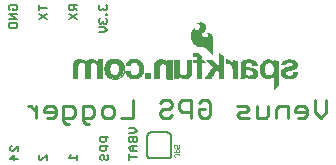
<source format=gbr>
G04 EAGLE Gerber RS-274X export*
G75*
%MOMM*%
%FSLAX34Y34*%
%LPD*%
%INSilkscreen Bottom*%
%IPPOS*%
%AMOC8*
5,1,8,0,0,1.08239X$1,22.5*%
G01*
%ADD10C,0.127000*%
%ADD11C,0.279400*%
%ADD12C,0.152400*%
%ADD13C,0.025400*%
%ADD14R,0.495300X0.485100*%

G36*
X181934Y117647D02*
X181934Y117647D01*
X181976Y117662D01*
X181978Y117667D01*
X181982Y117669D01*
X182011Y117742D01*
X182015Y117753D01*
X182015Y117754D01*
X182015Y132918D01*
X182013Y132923D01*
X182015Y132929D01*
X181945Y133760D01*
X181939Y133771D01*
X181940Y133786D01*
X181700Y134585D01*
X181692Y134595D01*
X181690Y134609D01*
X181289Y135341D01*
X181279Y135349D01*
X181274Y135362D01*
X180804Y135912D01*
X180793Y135917D01*
X180786Y135929D01*
X180216Y136374D01*
X180204Y136377D01*
X180194Y136387D01*
X179546Y136708D01*
X179534Y136709D01*
X179522Y136717D01*
X178823Y136901D01*
X178812Y136900D01*
X178801Y136905D01*
X177861Y136978D01*
X177852Y136975D01*
X177841Y136978D01*
X176901Y136905D01*
X176897Y136903D01*
X176891Y136904D01*
X176408Y136828D01*
X176369Y136803D01*
X176329Y136782D01*
X176328Y136778D01*
X176325Y136776D01*
X176315Y136731D01*
X176303Y136687D01*
X176305Y136683D01*
X176304Y136679D01*
X176329Y136641D01*
X176353Y136602D01*
X176357Y136601D01*
X176359Y136598D01*
X176400Y136589D01*
X176440Y136577D01*
X176598Y136593D01*
X176736Y136565D01*
X176869Y136494D01*
X177693Y135895D01*
X177811Y135781D01*
X177883Y135643D01*
X177976Y135228D01*
X177976Y134800D01*
X177883Y134384D01*
X177677Y133980D01*
X177364Y133652D01*
X176758Y133287D01*
X176080Y133080D01*
X175369Y133045D01*
X174759Y133142D01*
X174173Y133340D01*
X173630Y133633D01*
X173205Y133998D01*
X172890Y134458D01*
X172704Y134983D01*
X172661Y135539D01*
X172763Y136087D01*
X173003Y136590D01*
X173373Y137025D01*
X173571Y137235D01*
X174166Y137866D01*
X174761Y138497D01*
X174826Y138566D01*
X174829Y138576D01*
X174838Y138582D01*
X176025Y140340D01*
X176027Y140353D01*
X176037Y140363D01*
X176317Y141051D01*
X176316Y141066D01*
X176325Y141081D01*
X176424Y141816D01*
X176420Y141831D01*
X176425Y141848D01*
X176338Y142585D01*
X176330Y142598D01*
X176330Y142616D01*
X176063Y143308D01*
X176052Y143319D01*
X176048Y143336D01*
X175617Y143939D01*
X175607Y143946D01*
X175601Y143958D01*
X174905Y144616D01*
X174897Y144619D01*
X174892Y144627D01*
X174115Y145187D01*
X174105Y145190D01*
X174097Y145198D01*
X173317Y145586D01*
X173305Y145587D01*
X173294Y145595D01*
X172454Y145826D01*
X172442Y145825D01*
X172430Y145831D01*
X171562Y145897D01*
X171552Y145893D01*
X171540Y145897D01*
X170640Y145811D01*
X170631Y145807D01*
X170621Y145808D01*
X169743Y145588D01*
X169735Y145582D01*
X169723Y145581D01*
X169495Y145480D01*
X169139Y145328D01*
X169138Y145328D01*
X168634Y145107D01*
X168624Y145096D01*
X168607Y145091D01*
X168172Y144753D01*
X168169Y144746D01*
X168161Y144742D01*
X168136Y144717D01*
X168133Y144716D01*
X168098Y144624D01*
X168139Y144535D01*
X168224Y144502D01*
X168827Y144502D01*
X169338Y144445D01*
X169828Y144306D01*
X170309Y144051D01*
X170704Y143681D01*
X170990Y143221D01*
X171147Y142702D01*
X171159Y142399D01*
X171100Y142099D01*
X170894Y141605D01*
X170611Y141147D01*
X170260Y140737D01*
X169848Y140383D01*
X168946Y139732D01*
X168458Y139483D01*
X167929Y139385D01*
X167390Y139443D01*
X167216Y139508D01*
X166855Y139757D01*
X166581Y140096D01*
X166537Y140199D01*
X166521Y140319D01*
X166521Y141199D01*
X166504Y141240D01*
X166490Y141282D01*
X166485Y141285D01*
X166483Y141290D01*
X166442Y141306D01*
X166402Y141325D01*
X166396Y141323D01*
X166391Y141325D01*
X166364Y141313D01*
X166315Y141297D01*
X165189Y140376D01*
X165183Y140364D01*
X165171Y140357D01*
X164264Y139220D01*
X164261Y139209D01*
X164252Y139201D01*
X163750Y138267D01*
X163749Y138257D01*
X163743Y138249D01*
X163385Y137252D01*
X163385Y137242D01*
X163380Y137233D01*
X163173Y136194D01*
X163175Y136184D01*
X163174Y136182D01*
X163175Y136182D01*
X163171Y136173D01*
X163111Y134245D01*
X163115Y134234D01*
X163112Y134222D01*
X163400Y132315D01*
X163406Y132305D01*
X163406Y132293D01*
X164034Y130469D01*
X164041Y130460D01*
X164043Y130448D01*
X164990Y128767D01*
X164998Y128761D01*
X165001Y128750D01*
X165886Y127643D01*
X165893Y127640D01*
X165895Y127634D01*
X165896Y127634D01*
X165898Y127630D01*
X166929Y126658D01*
X166937Y126655D01*
X166943Y126647D01*
X168100Y125830D01*
X168110Y125828D01*
X168118Y125820D01*
X169348Y125220D01*
X169359Y125219D01*
X169369Y125211D01*
X170688Y124843D01*
X170699Y124845D01*
X170710Y124839D01*
X172074Y124715D01*
X172079Y124717D01*
X172085Y124715D01*
X174360Y124715D01*
X174728Y124650D01*
X175079Y124523D01*
X176069Y123934D01*
X176923Y123152D01*
X181795Y117670D01*
X181799Y117668D01*
X181801Y117663D01*
X181843Y117647D01*
X181884Y117628D01*
X181888Y117630D01*
X181893Y117628D01*
X181934Y117647D01*
G37*
G36*
X233301Y88953D02*
X233301Y88953D01*
X233303Y88952D01*
X233324Y88961D01*
X233384Y88984D01*
X237524Y92718D01*
X237526Y92724D01*
X237532Y92727D01*
X237556Y92787D01*
X237565Y92808D01*
X237564Y92810D01*
X237565Y92812D01*
X237565Y113386D01*
X237550Y113423D01*
X237540Y113462D01*
X237531Y113468D01*
X237527Y113477D01*
X237499Y113488D01*
X237463Y113510D01*
X233577Y114246D01*
X233562Y114243D01*
X233547Y114248D01*
X233515Y114233D01*
X233480Y114225D01*
X233472Y114212D01*
X233459Y114206D01*
X233444Y114167D01*
X233428Y114142D01*
X233431Y114131D01*
X233427Y114120D01*
X233451Y112203D01*
X233317Y112352D01*
X233316Y112353D01*
X233316Y112354D01*
X232427Y113319D01*
X232421Y113321D01*
X232417Y113328D01*
X232074Y113629D01*
X232063Y113633D01*
X232055Y113643D01*
X231661Y113876D01*
X231652Y113877D01*
X231644Y113884D01*
X230323Y114417D01*
X230312Y114417D01*
X230302Y114424D01*
X229820Y114526D01*
X229808Y114523D01*
X229796Y114528D01*
X227815Y114553D01*
X227804Y114549D01*
X227792Y114551D01*
X226707Y114368D01*
X226697Y114361D01*
X226683Y114361D01*
X225658Y113961D01*
X225651Y113953D01*
X225639Y113951D01*
X224737Y113410D01*
X224732Y113404D01*
X224723Y113401D01*
X223899Y112748D01*
X223893Y112738D01*
X223883Y112733D01*
X223091Y111843D01*
X223087Y111830D01*
X223075Y111821D01*
X222496Y110780D01*
X222494Y110768D01*
X222486Y110757D01*
X221812Y108644D01*
X221813Y108633D01*
X221807Y108622D01*
X221524Y106422D01*
X221527Y106411D01*
X221523Y106399D01*
X221641Y104184D01*
X221646Y104174D01*
X221644Y104162D01*
X221967Y102786D01*
X221974Y102777D01*
X221974Y102765D01*
X222530Y101465D01*
X222538Y101457D01*
X222540Y101446D01*
X223312Y100261D01*
X223321Y100255D01*
X223326Y100244D01*
X223983Y99537D01*
X223993Y99533D01*
X223999Y99523D01*
X224767Y98938D01*
X224778Y98936D01*
X224785Y98927D01*
X225641Y98481D01*
X225652Y98480D01*
X225661Y98472D01*
X226580Y98178D01*
X226590Y98179D01*
X226600Y98173D01*
X227812Y97984D01*
X227821Y97986D01*
X227830Y97983D01*
X229057Y97966D01*
X229065Y97969D01*
X229075Y97967D01*
X230292Y98122D01*
X230302Y98127D01*
X230314Y98127D01*
X231158Y98391D01*
X231168Y98399D01*
X231183Y98402D01*
X231952Y98839D01*
X231960Y98849D01*
X231974Y98854D01*
X232634Y99444D01*
X232640Y99456D01*
X232652Y99464D01*
X233172Y100180D01*
X233173Y100182D01*
X233173Y89078D01*
X233191Y89034D01*
X233208Y88991D01*
X233210Y88990D01*
X233211Y88987D01*
X233255Y88970D01*
X233299Y88952D01*
X233301Y88953D01*
G37*
G36*
X67871Y98300D02*
X67871Y98300D01*
X67873Y98299D01*
X67916Y98319D01*
X67960Y98337D01*
X67960Y98339D01*
X67962Y98340D01*
X67995Y98425D01*
X67995Y108704D01*
X68102Y109584D01*
X68414Y110406D01*
X68675Y110790D01*
X69018Y111103D01*
X69424Y111329D01*
X69872Y111457D01*
X70776Y111525D01*
X71679Y111433D01*
X72089Y111307D01*
X72461Y111097D01*
X72476Y111083D01*
X72617Y110957D01*
X72757Y110830D01*
X72779Y110811D01*
X73164Y110283D01*
X73437Y109688D01*
X73586Y109049D01*
X73661Y107946D01*
X73661Y98425D01*
X73662Y98423D01*
X73661Y98421D01*
X73681Y98378D01*
X73699Y98334D01*
X73701Y98334D01*
X73702Y98332D01*
X73787Y98299D01*
X78105Y98299D01*
X78107Y98300D01*
X78109Y98299D01*
X78152Y98319D01*
X78196Y98337D01*
X78196Y98339D01*
X78198Y98340D01*
X78231Y98425D01*
X78231Y108984D01*
X78311Y109647D01*
X78542Y110266D01*
X78912Y110813D01*
X79259Y111131D01*
X79668Y111364D01*
X80118Y111500D01*
X80595Y111532D01*
X81443Y111482D01*
X81883Y111400D01*
X82287Y111222D01*
X82642Y110956D01*
X83461Y110012D01*
X83745Y109474D01*
X83876Y108883D01*
X83846Y108261D01*
X83847Y108258D01*
X83846Y108255D01*
X83846Y98450D01*
X83847Y98448D01*
X83846Y98446D01*
X83866Y98403D01*
X83884Y98359D01*
X83886Y98359D01*
X83887Y98357D01*
X83972Y98324D01*
X88290Y98324D01*
X88292Y98325D01*
X88294Y98324D01*
X88337Y98344D01*
X88381Y98362D01*
X88381Y98364D01*
X88383Y98365D01*
X88416Y98450D01*
X88416Y114503D01*
X88415Y114505D01*
X88416Y114507D01*
X88396Y114550D01*
X88378Y114594D01*
X88376Y114594D01*
X88375Y114596D01*
X88290Y114629D01*
X84303Y114629D01*
X84301Y114628D01*
X84299Y114629D01*
X84256Y114609D01*
X84212Y114591D01*
X84212Y114589D01*
X84210Y114588D01*
X84177Y114503D01*
X84177Y112450D01*
X84146Y112457D01*
X83844Y112853D01*
X83838Y112856D01*
X83835Y112864D01*
X83073Y113651D01*
X83065Y113654D01*
X83061Y113661D01*
X82299Y114273D01*
X82285Y114277D01*
X82273Y114290D01*
X81383Y114694D01*
X81371Y114694D01*
X81360Y114702D01*
X80268Y114956D01*
X80259Y114955D01*
X80251Y114959D01*
X78879Y115086D01*
X78869Y115083D01*
X78858Y115086D01*
X77901Y115017D01*
X77890Y115011D01*
X77876Y115012D01*
X76953Y114752D01*
X76943Y114744D01*
X76930Y114742D01*
X76140Y114339D01*
X76132Y114330D01*
X76119Y114326D01*
X75421Y113780D01*
X75415Y113769D01*
X75403Y113763D01*
X74821Y113094D01*
X74818Y113082D01*
X74807Y113074D01*
X74427Y112416D01*
X74385Y112458D01*
X73930Y112939D01*
X73927Y112940D01*
X73926Y112943D01*
X73138Y113702D01*
X73129Y113705D01*
X73124Y113714D01*
X72235Y114352D01*
X72224Y114354D01*
X72216Y114362D01*
X71411Y114756D01*
X71399Y114756D01*
X71388Y114764D01*
X70523Y114996D01*
X70511Y114994D01*
X70499Y115000D01*
X69605Y115061D01*
X69596Y115058D01*
X69585Y115061D01*
X68306Y114954D01*
X68299Y114950D01*
X68292Y114952D01*
X67032Y114703D01*
X67023Y114697D01*
X67011Y114697D01*
X66145Y114371D01*
X66135Y114361D01*
X66120Y114358D01*
X65346Y113851D01*
X65339Y113839D01*
X65325Y113833D01*
X64679Y113169D01*
X64676Y113159D01*
X64672Y113158D01*
X64671Y113154D01*
X64663Y113148D01*
X64075Y112209D01*
X64073Y112196D01*
X64063Y112186D01*
X63677Y111147D01*
X63678Y111134D01*
X63671Y111122D01*
X63502Y110026D01*
X63505Y110017D01*
X63501Y110007D01*
X63501Y98425D01*
X63502Y98423D01*
X63501Y98421D01*
X63521Y98378D01*
X63539Y98334D01*
X63541Y98334D01*
X63542Y98332D01*
X63627Y98299D01*
X67869Y98299D01*
X67871Y98300D01*
G37*
G36*
X215751Y97969D02*
X215751Y97969D01*
X215762Y97974D01*
X215776Y97972D01*
X217148Y98280D01*
X217159Y98288D01*
X217174Y98289D01*
X218443Y98895D01*
X218452Y98905D01*
X218466Y98909D01*
X218914Y99251D01*
X218920Y99261D01*
X218932Y99267D01*
X219309Y99687D01*
X219313Y99698D01*
X219323Y99706D01*
X219615Y100189D01*
X219617Y100200D01*
X219625Y100210D01*
X219998Y101203D01*
X219998Y101214D01*
X220004Y101225D01*
X220193Y102269D01*
X220190Y102280D01*
X220195Y102292D01*
X220192Y103353D01*
X220189Y103360D01*
X220191Y103363D01*
X220188Y103370D01*
X220189Y103380D01*
X219983Y104321D01*
X219974Y104333D01*
X219973Y104350D01*
X219544Y105212D01*
X219534Y105221D01*
X219529Y105236D01*
X219031Y105845D01*
X219026Y105848D01*
X219024Y105852D01*
X219018Y105854D01*
X219013Y105863D01*
X218403Y106361D01*
X218391Y106364D01*
X218382Y106375D01*
X217686Y106741D01*
X217675Y106742D01*
X217666Y106749D01*
X216181Y107233D01*
X216173Y107232D01*
X216164Y107237D01*
X214627Y107515D01*
X214623Y107514D01*
X214618Y107517D01*
X212412Y107745D01*
X211106Y107971D01*
X210637Y108136D01*
X210209Y108382D01*
X209925Y108643D01*
X209865Y108730D01*
X209823Y108827D01*
X209712Y109348D01*
X209712Y109879D01*
X209823Y110400D01*
X209962Y110714D01*
X210161Y110993D01*
X210414Y111227D01*
X210728Y111420D01*
X211074Y111548D01*
X211443Y111609D01*
X212798Y111659D01*
X213385Y111605D01*
X213946Y111440D01*
X214410Y111185D01*
X214800Y110829D01*
X215095Y110391D01*
X215279Y109896D01*
X215342Y109365D01*
X215342Y109322D01*
X215343Y109320D01*
X215342Y109318D01*
X215362Y109275D01*
X215380Y109231D01*
X215382Y109231D01*
X215383Y109229D01*
X215468Y109196D01*
X219609Y109196D01*
X219610Y109194D01*
X219652Y109184D01*
X219694Y109170D01*
X219700Y109173D01*
X219706Y109172D01*
X219731Y109188D01*
X219776Y109209D01*
X219801Y109234D01*
X219801Y109235D01*
X219817Y109277D01*
X219836Y109326D01*
X219836Y109327D01*
X219816Y109369D01*
X219797Y109412D01*
X219675Y110303D01*
X219669Y110314D01*
X219669Y110329D01*
X219335Y111270D01*
X219326Y111280D01*
X219323Y111294D01*
X218804Y112147D01*
X218793Y112155D01*
X218788Y112168D01*
X218105Y112898D01*
X218093Y112903D01*
X218085Y112915D01*
X217268Y113489D01*
X217256Y113492D01*
X217247Y113501D01*
X216089Y114030D01*
X216079Y114030D01*
X216070Y114037D01*
X214841Y114371D01*
X214832Y114370D01*
X214823Y114374D01*
X213083Y114588D01*
X213075Y114585D01*
X213067Y114588D01*
X211313Y114580D01*
X211306Y114577D01*
X211297Y114579D01*
X209558Y114349D01*
X209550Y114344D01*
X209539Y114345D01*
X208125Y113920D01*
X208116Y113912D01*
X208102Y113911D01*
X206799Y113217D01*
X206790Y113207D01*
X206776Y113202D01*
X206214Y112719D01*
X206207Y112705D01*
X206193Y112696D01*
X205766Y112091D01*
X205763Y112076D01*
X205751Y112064D01*
X205484Y111373D01*
X205485Y111358D01*
X205477Y111343D01*
X205386Y110608D01*
X205388Y110600D01*
X205385Y110592D01*
X205385Y105766D01*
X205386Y105764D01*
X205385Y105762D01*
X205392Y105747D01*
X205360Y105663D01*
X205385Y101325D01*
X205283Y99988D01*
X204934Y98693D01*
X204860Y98494D01*
X204861Y98469D01*
X204852Y98446D01*
X204863Y98422D01*
X204864Y98396D01*
X204883Y98379D01*
X204893Y98357D01*
X204920Y98346D01*
X204938Y98330D01*
X204957Y98332D01*
X204978Y98324D01*
X209012Y98324D01*
X209048Y98321D01*
X209076Y98330D01*
X209116Y98334D01*
X209153Y98353D01*
X209172Y98375D01*
X209204Y98399D01*
X209226Y98435D01*
X209228Y98452D01*
X209240Y98468D01*
X209316Y98748D01*
X209315Y98751D01*
X209317Y98754D01*
X209544Y99783D01*
X209554Y99806D01*
X209560Y99812D01*
X209568Y99814D01*
X209577Y99813D01*
X209601Y99797D01*
X210428Y99094D01*
X210439Y99090D01*
X210448Y99080D01*
X211399Y98540D01*
X211410Y98539D01*
X211420Y98531D01*
X212455Y98178D01*
X212467Y98179D01*
X212477Y98173D01*
X214095Y97932D01*
X214105Y97935D01*
X214116Y97931D01*
X215751Y97969D01*
G37*
G36*
X190884Y98198D02*
X190884Y98198D01*
X190887Y98197D01*
X190970Y98234D01*
X191021Y98285D01*
X191023Y98288D01*
X191025Y98289D01*
X191058Y98374D01*
X191058Y117704D01*
X191050Y117723D01*
X191052Y117743D01*
X191031Y117770D01*
X191020Y117795D01*
X191006Y117800D01*
X190995Y117814D01*
X186855Y120176D01*
X186820Y120180D01*
X186788Y120192D01*
X186773Y120185D01*
X186757Y120187D01*
X186730Y120165D01*
X186699Y120151D01*
X186692Y120135D01*
X186680Y120125D01*
X186678Y120098D01*
X186666Y120066D01*
X186666Y108636D01*
X181191Y114110D01*
X181188Y114112D01*
X181187Y114114D01*
X181102Y114147D01*
X176428Y114147D01*
X176426Y114147D01*
X176425Y114147D01*
X176381Y114127D01*
X176337Y114109D01*
X176337Y114107D01*
X176335Y114106D01*
X176319Y114062D01*
X176302Y114017D01*
X176303Y114015D01*
X176302Y114014D01*
X176340Y113931D01*
X182031Y108365D01*
X175434Y98470D01*
X175427Y98432D01*
X175413Y98395D01*
X175418Y98385D01*
X175416Y98373D01*
X175438Y98342D01*
X175455Y98306D01*
X175466Y98302D01*
X175472Y98293D01*
X175502Y98288D01*
X175540Y98274D01*
X180620Y98299D01*
X180637Y98306D01*
X180655Y98304D01*
X180684Y98326D01*
X180710Y98338D01*
X180715Y98350D01*
X180727Y98360D01*
X184960Y105338D01*
X186615Y103731D01*
X186615Y98323D01*
X186616Y98321D01*
X186615Y98319D01*
X186635Y98276D01*
X186653Y98232D01*
X186655Y98232D01*
X186656Y98230D01*
X186741Y98197D01*
X190881Y98197D01*
X190884Y98198D01*
G37*
G36*
X159316Y97897D02*
X159316Y97897D01*
X159327Y97894D01*
X160360Y98041D01*
X160371Y98047D01*
X160384Y98047D01*
X161370Y98390D01*
X161379Y98398D01*
X161392Y98400D01*
X162294Y98926D01*
X162301Y98936D01*
X162314Y98941D01*
X162568Y99169D01*
X162574Y99180D01*
X162585Y99188D01*
X163246Y100073D01*
X163248Y100084D01*
X163258Y100093D01*
X163746Y101083D01*
X163746Y101095D01*
X163754Y101105D01*
X164054Y102168D01*
X164052Y102179D01*
X164058Y102191D01*
X164159Y103290D01*
X164157Y103296D01*
X164159Y103302D01*
X164159Y114097D01*
X164158Y114099D01*
X164159Y114101D01*
X164139Y114144D01*
X164121Y114188D01*
X164119Y114188D01*
X164118Y114190D01*
X164033Y114223D01*
X159893Y114223D01*
X159891Y114222D01*
X159889Y114223D01*
X159846Y114203D01*
X159802Y114185D01*
X159802Y114183D01*
X159800Y114182D01*
X159767Y114097D01*
X159767Y104100D01*
X159618Y103270D01*
X159275Y102502D01*
X159003Y102140D01*
X158662Y101839D01*
X158267Y101614D01*
X157578Y101391D01*
X156859Y101311D01*
X156138Y101378D01*
X155447Y101590D01*
X154937Y101878D01*
X154506Y102275D01*
X154179Y102760D01*
X153970Y103310D01*
X153745Y104514D01*
X153669Y105744D01*
X153669Y114046D01*
X153668Y114048D01*
X153669Y114050D01*
X153649Y114093D01*
X153631Y114137D01*
X153629Y114137D01*
X153628Y114139D01*
X153543Y114172D01*
X149327Y114172D01*
X149325Y114171D01*
X149323Y114172D01*
X149280Y114152D01*
X149236Y114134D01*
X149236Y114132D01*
X149234Y114131D01*
X149201Y114046D01*
X149201Y98425D01*
X149202Y98423D01*
X149201Y98421D01*
X149221Y98378D01*
X149239Y98334D01*
X149241Y98334D01*
X149242Y98332D01*
X149327Y98299D01*
X153340Y98299D01*
X153342Y98300D01*
X153344Y98299D01*
X153387Y98319D01*
X153431Y98337D01*
X153431Y98339D01*
X153433Y98340D01*
X153466Y98425D01*
X153466Y100482D01*
X153973Y99841D01*
X153981Y99837D01*
X153985Y99828D01*
X154812Y99043D01*
X154821Y99040D01*
X154826Y99032D01*
X155756Y98373D01*
X155765Y98371D01*
X155773Y98363D01*
X156018Y98241D01*
X156029Y98240D01*
X156038Y98233D01*
X156300Y98152D01*
X156309Y98153D01*
X156318Y98148D01*
X157796Y97925D01*
X157804Y97927D01*
X157812Y97923D01*
X159306Y97893D01*
X159316Y97897D01*
G37*
G36*
X146839Y98224D02*
X146839Y98224D01*
X146841Y98223D01*
X146884Y98243D01*
X146928Y98261D01*
X146928Y98263D01*
X146930Y98264D01*
X146963Y98349D01*
X146963Y114071D01*
X146962Y114073D01*
X146963Y114075D01*
X146943Y114118D01*
X146925Y114162D01*
X146923Y114162D01*
X146922Y114164D01*
X146837Y114197D01*
X142799Y114197D01*
X142797Y114196D01*
X142795Y114197D01*
X142752Y114177D01*
X142708Y114159D01*
X142708Y114157D01*
X142706Y114156D01*
X142673Y114071D01*
X142673Y112003D01*
X142631Y112032D01*
X142517Y112168D01*
X142240Y112546D01*
X142236Y112548D01*
X142234Y112553D01*
X141832Y113026D01*
X141825Y113030D01*
X141821Y113038D01*
X141626Y113214D01*
X141486Y113340D01*
X141360Y113454D01*
X141350Y113457D01*
X141342Y113467D01*
X140444Y114034D01*
X140431Y114037D01*
X140420Y114046D01*
X139424Y114415D01*
X139411Y114415D01*
X139398Y114422D01*
X138346Y114577D01*
X138336Y114574D01*
X138325Y114578D01*
X136319Y114528D01*
X136309Y114524D01*
X136296Y114526D01*
X135319Y114320D01*
X135307Y114312D01*
X135291Y114311D01*
X134386Y113889D01*
X134377Y113878D01*
X134362Y113874D01*
X133577Y113256D01*
X133571Y113245D01*
X133559Y113239D01*
X133070Y112664D01*
X133067Y112653D01*
X133057Y112646D01*
X132673Y111997D01*
X132671Y111986D01*
X132663Y111977D01*
X132394Y111272D01*
X132394Y111263D01*
X132389Y111254D01*
X132149Y110147D01*
X132151Y110138D01*
X132147Y110130D01*
X132056Y109001D01*
X132058Y108996D01*
X132056Y108991D01*
X132056Y98450D01*
X132057Y98448D01*
X132056Y98446D01*
X132076Y98403D01*
X132094Y98359D01*
X132096Y98359D01*
X132097Y98357D01*
X132182Y98324D01*
X136271Y98324D01*
X136273Y98325D01*
X136275Y98324D01*
X136318Y98344D01*
X136362Y98362D01*
X136362Y98364D01*
X136364Y98365D01*
X136397Y98450D01*
X136397Y108096D01*
X136462Y108814D01*
X136653Y109502D01*
X136963Y110144D01*
X137259Y110531D01*
X137633Y110840D01*
X138068Y111057D01*
X138368Y111134D01*
X138684Y111151D01*
X139789Y111101D01*
X140345Y111014D01*
X140861Y110810D01*
X141318Y110496D01*
X141835Y109927D01*
X142198Y109248D01*
X142415Y108498D01*
X142495Y107715D01*
X142495Y98349D01*
X142496Y98347D01*
X142495Y98345D01*
X142515Y98302D01*
X142533Y98258D01*
X142535Y98258D01*
X142536Y98256D01*
X142621Y98223D01*
X146837Y98223D01*
X146839Y98224D01*
G37*
G36*
X98553Y98152D02*
X98553Y98152D01*
X98569Y98148D01*
X101566Y98554D01*
X101587Y98566D01*
X101616Y98572D01*
X104461Y100350D01*
X104475Y100371D01*
X104500Y100389D01*
X106100Y102878D01*
X106104Y102901D01*
X106119Y102926D01*
X106729Y106812D01*
X106723Y106834D01*
X106727Y106860D01*
X105914Y110416D01*
X105899Y110437D01*
X105890Y110466D01*
X103756Y113184D01*
X103734Y113196D01*
X103713Y113219D01*
X100335Y114896D01*
X100315Y114897D01*
X100294Y114908D01*
X98821Y115085D01*
X98814Y115083D01*
X98806Y115086D01*
X98755Y115086D01*
X98735Y115078D01*
X98709Y115077D01*
X98582Y115027D01*
X98561Y115007D01*
X98535Y114995D01*
X98526Y114973D01*
X98511Y114959D01*
X98512Y114935D01*
X98502Y114910D01*
X98502Y111989D01*
X98519Y111949D01*
X98531Y111908D01*
X98538Y111904D01*
X98540Y111898D01*
X98568Y111887D01*
X98611Y111864D01*
X99706Y111714D01*
X100854Y111079D01*
X101642Y109995D01*
X102038Y109106D01*
X102312Y107632D01*
X102363Y105773D01*
X102188Y104525D01*
X101813Y103376D01*
X101275Y102349D01*
X99627Y101341D01*
X97879Y101119D01*
X96128Y101711D01*
X96058Y101775D01*
X95780Y102028D01*
X95502Y102280D01*
X95363Y102406D01*
X95086Y102659D01*
X95085Y102659D01*
X95049Y102692D01*
X94506Y103902D01*
X94131Y105450D01*
X94131Y106875D01*
X94382Y108804D01*
X95126Y110416D01*
X95960Y111225D01*
X96913Y111738D01*
X98100Y111837D01*
X98196Y111837D01*
X98199Y111838D01*
X98202Y111837D01*
X98244Y111857D01*
X98287Y111875D01*
X98288Y111878D01*
X98291Y111880D01*
X98322Y111965D01*
X98296Y113553D01*
X98293Y113679D01*
X98293Y113680D01*
X98291Y113806D01*
X98289Y113932D01*
X98287Y114058D01*
X98285Y114184D01*
X98285Y114185D01*
X98283Y114311D01*
X98281Y114437D01*
X98279Y114563D01*
X98276Y114689D01*
X98276Y114690D01*
X98274Y114816D01*
X98272Y114937D01*
X98268Y114946D01*
X98271Y114955D01*
X98249Y114990D01*
X98232Y115027D01*
X98224Y115030D01*
X98219Y115038D01*
X98167Y115051D01*
X98140Y115061D01*
X98135Y115059D01*
X98130Y115060D01*
X96123Y114806D01*
X96112Y114800D01*
X96098Y114800D01*
X94472Y114241D01*
X94460Y114230D01*
X94441Y114226D01*
X92460Y112855D01*
X92452Y112842D01*
X92436Y112833D01*
X91344Y111563D01*
X91339Y111547D01*
X91325Y111532D01*
X90284Y109195D01*
X90283Y109178D01*
X90274Y109160D01*
X89994Y106975D01*
X89998Y106960D01*
X89994Y106944D01*
X90248Y104836D01*
X90252Y104828D01*
X90251Y104817D01*
X90937Y102353D01*
X90948Y102339D01*
X90952Y102320D01*
X91765Y101025D01*
X91777Y101016D01*
X91785Y101001D01*
X92979Y99858D01*
X92988Y99854D01*
X92993Y99846D01*
X94110Y99059D01*
X94127Y99055D01*
X94142Y99043D01*
X95996Y98408D01*
X96010Y98409D01*
X96024Y98401D01*
X98539Y98147D01*
X98553Y98152D01*
G37*
G36*
X246534Y97945D02*
X246534Y97945D01*
X246541Y97943D01*
X249107Y98121D01*
X249116Y98126D01*
X249126Y98124D01*
X250047Y98336D01*
X250058Y98344D01*
X250072Y98345D01*
X250929Y98742D01*
X250935Y98749D01*
X250944Y98751D01*
X252138Y99513D01*
X252143Y99519D01*
X252151Y99522D01*
X252666Y99953D01*
X252671Y99964D01*
X252683Y99970D01*
X253103Y100494D01*
X253107Y100505D01*
X253117Y100514D01*
X253426Y101110D01*
X253427Y101119D01*
X253434Y101127D01*
X253866Y102397D01*
X253865Y102407D01*
X253870Y102416D01*
X253972Y103000D01*
X253971Y103007D01*
X253974Y103013D01*
X253999Y103369D01*
X253998Y103373D01*
X253999Y103376D01*
X253998Y103378D01*
X253999Y103382D01*
X253987Y103408D01*
X253984Y103438D01*
X253983Y103439D01*
X253983Y103440D01*
X253972Y103449D01*
X253967Y103462D01*
X253961Y103465D01*
X253958Y103471D01*
X253928Y103483D01*
X253908Y103499D01*
X253906Y103499D01*
X253905Y103500D01*
X253890Y103499D01*
X253878Y103504D01*
X253876Y103503D01*
X253873Y103504D01*
X250012Y103504D01*
X250010Y103503D01*
X250008Y103504D01*
X249965Y103484D01*
X249921Y103466D01*
X249921Y103464D01*
X249919Y103463D01*
X249886Y103378D01*
X249886Y103331D01*
X249857Y102834D01*
X249711Y102372D01*
X249455Y101958D01*
X249351Y101853D01*
X249225Y101727D01*
X249013Y101515D01*
X248486Y101178D01*
X247899Y100961D01*
X247337Y100888D01*
X246007Y100888D01*
X245404Y100962D01*
X244837Y101159D01*
X244324Y101471D01*
X244037Y101755D01*
X243828Y102100D01*
X243711Y102485D01*
X243694Y102889D01*
X243779Y103284D01*
X243960Y103646D01*
X244225Y103950D01*
X244561Y104181D01*
X245668Y104651D01*
X246842Y104957D01*
X250473Y105820D01*
X250480Y105825D01*
X250489Y105825D01*
X251297Y106131D01*
X251304Y106137D01*
X251314Y106139D01*
X252065Y106566D01*
X252071Y106573D01*
X252081Y106577D01*
X252758Y107114D01*
X252763Y107124D01*
X252774Y107130D01*
X253111Y107515D01*
X253115Y107528D01*
X253126Y107537D01*
X253375Y107984D01*
X253376Y107997D01*
X253385Y108008D01*
X253537Y108497D01*
X253535Y108509D01*
X253542Y108522D01*
X253647Y109658D01*
X253644Y109671D01*
X253647Y109684D01*
X253518Y110818D01*
X253512Y110829D01*
X253513Y110843D01*
X253155Y111927D01*
X253147Y111936D01*
X253145Y111950D01*
X252846Y112472D01*
X252836Y112479D01*
X252831Y112492D01*
X252437Y112947D01*
X252426Y112952D01*
X252419Y112964D01*
X251943Y113333D01*
X251932Y113336D01*
X251923Y113345D01*
X250642Y113999D01*
X250631Y114000D01*
X250621Y114007D01*
X249243Y114418D01*
X249232Y114417D01*
X249220Y114423D01*
X247791Y114578D01*
X247784Y114576D01*
X247777Y114578D01*
X245974Y114578D01*
X245968Y114576D01*
X245961Y114578D01*
X244568Y114438D01*
X244559Y114433D01*
X244548Y114434D01*
X243197Y114066D01*
X243188Y114059D01*
X243174Y114057D01*
X242077Y113519D01*
X242068Y113509D01*
X242054Y113505D01*
X241095Y112748D01*
X241089Y112738D01*
X241078Y112733D01*
X240730Y112337D01*
X240728Y112332D01*
X240727Y112332D01*
X240726Y112328D01*
X240718Y112322D01*
X240432Y111880D01*
X240430Y111870D01*
X240423Y111863D01*
X240067Y111075D01*
X240067Y111070D01*
X240063Y111066D01*
X239860Y110508D01*
X239862Y110484D01*
X239857Y110472D01*
X239860Y110465D01*
X239855Y110440D01*
X239864Y110426D01*
X239855Y110414D01*
X239857Y110408D01*
X239853Y110401D01*
X239777Y109690D01*
X239779Y109684D01*
X239778Y109680D01*
X239779Y109678D01*
X239777Y109673D01*
X239794Y109636D01*
X239806Y109596D01*
X239814Y109592D01*
X239818Y109584D01*
X239868Y109564D01*
X239894Y109551D01*
X239898Y109553D01*
X239903Y109551D01*
X243789Y109551D01*
X243833Y109569D01*
X243877Y109587D01*
X243878Y109588D01*
X243880Y109589D01*
X243887Y109608D01*
X243915Y109669D01*
X243931Y109929D01*
X243986Y110172D01*
X244136Y110524D01*
X244354Y110837D01*
X244630Y111101D01*
X245052Y111372D01*
X245519Y111561D01*
X246015Y111659D01*
X246863Y111703D01*
X247711Y111659D01*
X248160Y111574D01*
X248584Y111417D01*
X248885Y111222D01*
X249118Y110954D01*
X249273Y110612D01*
X249321Y110240D01*
X249256Y109871D01*
X249072Y109510D01*
X248837Y109267D01*
X248789Y109217D01*
X248114Y108801D01*
X247362Y108529D01*
X245339Y108125D01*
X245338Y108124D01*
X245337Y108124D01*
X243614Y107743D01*
X243607Y107738D01*
X243598Y107738D01*
X241942Y107128D01*
X241936Y107122D01*
X241926Y107121D01*
X241170Y106716D01*
X241164Y106709D01*
X241155Y106706D01*
X240463Y106198D01*
X240458Y106188D01*
X240446Y106183D01*
X240114Y105833D01*
X240109Y105821D01*
X240098Y105812D01*
X239846Y105400D01*
X239844Y105386D01*
X239834Y105374D01*
X239497Y104371D01*
X239498Y104356D01*
X239490Y104342D01*
X239396Y103287D01*
X239399Y103278D01*
X239396Y103267D01*
X239472Y102226D01*
X239476Y102218D01*
X239475Y102208D01*
X239618Y101544D01*
X239624Y101534D01*
X239625Y101521D01*
X239891Y100896D01*
X239899Y100887D01*
X239902Y100875D01*
X240281Y100311D01*
X240291Y100304D01*
X240296Y100293D01*
X241022Y99550D01*
X241032Y99546D01*
X241038Y99535D01*
X241882Y98929D01*
X241892Y98927D01*
X241901Y98918D01*
X242836Y98467D01*
X242847Y98466D01*
X242857Y98459D01*
X243857Y98177D01*
X243865Y98178D01*
X243874Y98173D01*
X245188Y97991D01*
X245195Y97993D01*
X245201Y97990D01*
X246528Y97943D01*
X246534Y97945D01*
G37*
G36*
X116732Y98042D02*
X116732Y98042D01*
X116739Y98045D01*
X116747Y98044D01*
X118310Y98326D01*
X118318Y98331D01*
X118328Y98330D01*
X119398Y98685D01*
X119406Y98691D01*
X119417Y98693D01*
X120414Y99219D01*
X120421Y99227D01*
X120432Y99231D01*
X121328Y99915D01*
X121333Y99924D01*
X121344Y99929D01*
X122114Y100752D01*
X122116Y100758D01*
X122118Y100759D01*
X122120Y100763D01*
X122127Y100768D01*
X122809Y101784D01*
X122811Y101794D01*
X122819Y101802D01*
X123333Y102913D01*
X123334Y102922D01*
X123340Y102931D01*
X123674Y104109D01*
X123673Y104119D01*
X123678Y104128D01*
X123823Y105344D01*
X123821Y105353D01*
X123824Y105363D01*
X123823Y105395D01*
X123823Y105396D01*
X123815Y105648D01*
X123816Y105648D01*
X123815Y105648D01*
X123812Y105774D01*
X123804Y106027D01*
X123800Y106153D01*
X123792Y106405D01*
X123792Y106406D01*
X123789Y106532D01*
X123785Y106658D01*
X123781Y106784D01*
X123773Y107037D01*
X123769Y107163D01*
X123762Y107415D01*
X123762Y107416D01*
X123758Y107542D01*
X123750Y107794D01*
X123748Y107852D01*
X123744Y107861D01*
X123746Y107873D01*
X123448Y109363D01*
X123441Y109373D01*
X123441Y109386D01*
X122864Y110792D01*
X122856Y110800D01*
X122853Y110813D01*
X122019Y112084D01*
X122009Y112090D01*
X122004Y112102D01*
X120943Y113190D01*
X120932Y113195D01*
X120924Y113206D01*
X119675Y114071D01*
X119663Y114074D01*
X119654Y114083D01*
X118263Y114695D01*
X118251Y114695D01*
X118239Y114702D01*
X116733Y115035D01*
X116721Y115032D01*
X116708Y115038D01*
X115166Y115061D01*
X115157Y115058D01*
X115148Y115060D01*
X113713Y114871D01*
X113708Y114868D01*
X113702Y114869D01*
X112291Y114550D01*
X112283Y114545D01*
X112273Y114544D01*
X111116Y114087D01*
X111106Y114077D01*
X111092Y114074D01*
X110061Y113377D01*
X110054Y113366D01*
X110040Y113359D01*
X109185Y112456D01*
X109180Y112444D01*
X109168Y112435D01*
X108528Y111368D01*
X108526Y111356D01*
X108518Y111347D01*
X108093Y110192D01*
X108093Y110182D01*
X108088Y110173D01*
X107851Y108965D01*
X107854Y108951D01*
X107849Y108937D01*
X107864Y108904D01*
X107871Y108869D01*
X107884Y108861D01*
X107890Y108848D01*
X107929Y108832D01*
X107955Y108816D01*
X107965Y108819D01*
X107975Y108815D01*
X112166Y108815D01*
X112168Y108816D01*
X112170Y108815D01*
X112213Y108835D01*
X112257Y108853D01*
X112257Y108855D01*
X112259Y108856D01*
X112292Y108941D01*
X112292Y108959D01*
X112359Y109538D01*
X112552Y110080D01*
X112863Y110565D01*
X113276Y110966D01*
X113769Y111264D01*
X114561Y111525D01*
X115393Y111608D01*
X116233Y111542D01*
X117054Y111361D01*
X117468Y111175D01*
X117815Y110885D01*
X118502Y109974D01*
X119007Y108949D01*
X119312Y107846D01*
X119405Y106705D01*
X119276Y105145D01*
X118930Y103621D01*
X118615Y102904D01*
X118140Y102285D01*
X117532Y101796D01*
X116824Y101466D01*
X116045Y101285D01*
X115245Y101244D01*
X114654Y101317D01*
X114085Y101490D01*
X113555Y101758D01*
X113112Y102103D01*
X112754Y102535D01*
X112433Y103125D01*
X112218Y103762D01*
X112114Y104438D01*
X112092Y104474D01*
X112074Y104512D01*
X112066Y104515D01*
X112062Y104522D01*
X112032Y104528D01*
X111989Y104545D01*
X107925Y104545D01*
X107923Y104544D01*
X107921Y104545D01*
X107878Y104525D01*
X107834Y104507D01*
X107834Y104505D01*
X107832Y104504D01*
X107799Y104419D01*
X107799Y104369D01*
X107800Y104365D01*
X107799Y104361D01*
X107831Y103886D01*
X107835Y103879D01*
X107833Y103869D01*
X107928Y103404D01*
X107934Y103395D01*
X107934Y103383D01*
X108476Y101992D01*
X108485Y101983D01*
X108488Y101969D01*
X109303Y100718D01*
X109314Y100711D01*
X109319Y100698D01*
X110372Y99640D01*
X110384Y99635D01*
X110393Y99623D01*
X111640Y98803D01*
X111651Y98800D01*
X111660Y98792D01*
X112753Y98330D01*
X112763Y98330D01*
X112772Y98324D01*
X113925Y98042D01*
X113935Y98043D01*
X113945Y98039D01*
X115128Y97943D01*
X115136Y97946D01*
X115146Y97943D01*
X116732Y98042D01*
G37*
G36*
X172671Y98224D02*
X172671Y98224D01*
X172673Y98223D01*
X172716Y98243D01*
X172760Y98261D01*
X172760Y98263D01*
X172762Y98264D01*
X172795Y98349D01*
X172795Y111229D01*
X176658Y111253D01*
X176659Y111253D01*
X176704Y111273D01*
X176748Y111292D01*
X176749Y111293D01*
X176766Y111338D01*
X176783Y111384D01*
X176783Y111385D01*
X176746Y111468D01*
X174079Y114135D01*
X174076Y114137D01*
X174075Y114139D01*
X173990Y114172D01*
X172744Y114172D01*
X172744Y114503D01*
X172742Y114508D01*
X172744Y114513D01*
X172567Y116647D01*
X172562Y116657D01*
X172562Y116658D01*
X172562Y116659D01*
X172562Y116660D01*
X172563Y116669D01*
X172415Y117236D01*
X172408Y117245D01*
X172407Y117257D01*
X172159Y117788D01*
X172150Y117796D01*
X172147Y117808D01*
X171807Y118285D01*
X171797Y118291D01*
X171791Y118303D01*
X171048Y119013D01*
X171038Y119017D01*
X171036Y119021D01*
X171033Y119022D01*
X171029Y119028D01*
X170161Y119578D01*
X170149Y119580D01*
X170139Y119589D01*
X169181Y119958D01*
X169168Y119958D01*
X169157Y119965D01*
X168144Y120139D01*
X168134Y120137D01*
X168123Y120141D01*
X166573Y120141D01*
X166570Y120140D01*
X166566Y120141D01*
X165249Y120065D01*
X165227Y120065D01*
X165225Y120064D01*
X165223Y120065D01*
X165180Y120045D01*
X165136Y120027D01*
X165136Y120025D01*
X165134Y120024D01*
X165101Y119939D01*
X165101Y116916D01*
X165102Y116914D01*
X165101Y116912D01*
X165121Y116869D01*
X165139Y116825D01*
X165141Y116825D01*
X165142Y116823D01*
X165227Y116790D01*
X165303Y116790D01*
X165308Y116792D01*
X165315Y116790D01*
X165595Y116816D01*
X166510Y116901D01*
X167410Y116818D01*
X167692Y116721D01*
X167932Y116551D01*
X168114Y116319D01*
X168289Y115896D01*
X168352Y115434D01*
X168352Y114172D01*
X165506Y114172D01*
X165504Y114171D01*
X165502Y114172D01*
X165459Y114152D01*
X165415Y114134D01*
X165415Y114132D01*
X165413Y114131D01*
X165380Y114046D01*
X165380Y111379D01*
X165381Y111377D01*
X165380Y111375D01*
X165400Y111332D01*
X165418Y111288D01*
X165420Y111288D01*
X165421Y111286D01*
X165506Y111253D01*
X168378Y111253D01*
X168378Y98349D01*
X168379Y98347D01*
X168378Y98345D01*
X168398Y98302D01*
X168416Y98258D01*
X168418Y98258D01*
X168419Y98256D01*
X168504Y98223D01*
X172669Y98223D01*
X172671Y98224D01*
G37*
G36*
X202796Y98325D02*
X202796Y98325D01*
X202798Y98324D01*
X202841Y98344D01*
X202885Y98362D01*
X202886Y98364D01*
X202888Y98365D01*
X202920Y98450D01*
X202894Y113335D01*
X202878Y113373D01*
X202868Y113412D01*
X202859Y113417D01*
X202856Y113426D01*
X202827Y113437D01*
X202790Y113459D01*
X198929Y114145D01*
X198916Y114142D01*
X198903Y114147D01*
X198869Y114132D01*
X198833Y114123D01*
X198826Y114112D01*
X198814Y114106D01*
X198798Y114065D01*
X198782Y114039D01*
X198784Y114030D01*
X198781Y114021D01*
X198781Y111241D01*
X198734Y111256D01*
X198555Y111524D01*
X197869Y112566D01*
X197864Y112570D01*
X197861Y112577D01*
X197545Y112960D01*
X197532Y112967D01*
X197524Y112980D01*
X197130Y113282D01*
X197125Y113283D01*
X197122Y113287D01*
X196233Y113872D01*
X196230Y113873D01*
X196227Y113876D01*
X195616Y114229D01*
X195604Y114231D01*
X195593Y114240D01*
X194923Y114463D01*
X194911Y114462D01*
X194899Y114468D01*
X194198Y114552D01*
X194188Y114549D01*
X194176Y114553D01*
X192804Y114477D01*
X192761Y114456D01*
X192718Y114436D01*
X192717Y114434D01*
X192716Y114434D01*
X192710Y114416D01*
X192685Y114351D01*
X192685Y110490D01*
X192686Y110488D01*
X192685Y110486D01*
X192705Y110443D01*
X192723Y110399D01*
X192725Y110399D01*
X192726Y110397D01*
X192811Y110364D01*
X192837Y110364D01*
X192846Y110368D01*
X192858Y110365D01*
X193010Y110390D01*
X193012Y110392D01*
X193015Y110391D01*
X193612Y110516D01*
X195137Y110516D01*
X195679Y110424D01*
X196197Y110243D01*
X196676Y109979D01*
X197343Y109419D01*
X197868Y108727D01*
X198229Y107934D01*
X198429Y107115D01*
X198502Y106269D01*
X198502Y98450D01*
X198503Y98448D01*
X198502Y98446D01*
X198522Y98403D01*
X198540Y98359D01*
X198542Y98359D01*
X198543Y98357D01*
X198628Y98324D01*
X202794Y98324D01*
X202796Y98325D01*
G37*
%LPC*%
G36*
X228334Y101391D02*
X228334Y101391D01*
X227595Y101729D01*
X226969Y102245D01*
X226497Y102903D01*
X226208Y103664D01*
X225904Y105611D01*
X225907Y107582D01*
X226098Y108552D01*
X226501Y109451D01*
X227098Y110237D01*
X227857Y110867D01*
X228357Y111127D01*
X228899Y111283D01*
X229466Y111329D01*
X230541Y111278D01*
X230913Y111204D01*
X231251Y111042D01*
X231964Y110486D01*
X232561Y109806D01*
X232974Y109099D01*
X233241Y108325D01*
X233351Y107510D01*
X233325Y104964D01*
X233201Y104195D01*
X232976Y103520D01*
X232977Y103508D01*
X232971Y103496D01*
X232966Y103459D01*
X232974Y103432D01*
X232974Y103421D01*
X232946Y103408D01*
X232902Y103388D01*
X232902Y103387D01*
X232901Y103387D01*
X232868Y103302D01*
X232868Y103264D01*
X232856Y103205D01*
X232814Y103145D01*
X232814Y103144D01*
X232813Y103143D01*
X232762Y103067D01*
X232761Y103061D01*
X232756Y103056D01*
X232456Y102492D01*
X232044Y102023D01*
X231535Y101660D01*
X230858Y101370D01*
X230136Y101218D01*
X229225Y101212D01*
X228334Y101391D01*
G37*
%LPD*%
%LPC*%
G36*
X211639Y101012D02*
X211639Y101012D01*
X211317Y101134D01*
X211026Y101319D01*
X210282Y102038D01*
X210132Y102257D01*
X210025Y102506D01*
X209978Y102671D01*
X209771Y103741D01*
X209701Y104830D01*
X209701Y105664D01*
X209700Y105666D01*
X209701Y105668D01*
X209681Y105711D01*
X209681Y105713D01*
X209701Y105766D01*
X209701Y106058D01*
X209843Y105931D01*
X209858Y105926D01*
X209869Y105913D01*
X210076Y105806D01*
X210088Y105805D01*
X210098Y105797D01*
X211062Y105509D01*
X211070Y105510D01*
X211077Y105506D01*
X212069Y105337D01*
X212073Y105338D01*
X212077Y105335D01*
X213520Y105183D01*
X214070Y105078D01*
X214588Y104881D01*
X215062Y104597D01*
X215330Y104353D01*
X215534Y104055D01*
X215754Y103513D01*
X215861Y102938D01*
X215850Y102353D01*
X215779Y102045D01*
X215644Y101760D01*
X215453Y101510D01*
X215091Y101213D01*
X214670Y101010D01*
X214209Y100913D01*
X212681Y100863D01*
X211639Y101012D01*
G37*
%LPD*%
D10*
X86355Y160655D02*
X85211Y159511D01*
X85211Y157223D01*
X86355Y156079D01*
X87499Y156079D01*
X88643Y157223D01*
X88643Y158367D01*
X88643Y157223D02*
X89787Y156079D01*
X90931Y156079D01*
X92075Y157223D01*
X92075Y159511D01*
X90931Y160655D01*
X90931Y153171D02*
X92075Y153171D01*
X90931Y153171D02*
X90931Y152027D01*
X92075Y152027D01*
X92075Y153171D01*
X86355Y149429D02*
X85211Y148285D01*
X85211Y145997D01*
X86355Y144853D01*
X87499Y144853D01*
X88643Y145997D01*
X88643Y147141D01*
X88643Y145997D02*
X89787Y144853D01*
X90931Y144853D01*
X92075Y145997D01*
X92075Y148285D01*
X90931Y149429D01*
X89787Y141945D02*
X85211Y141945D01*
X89787Y141945D02*
X92075Y139657D01*
X89787Y137369D01*
X85211Y137369D01*
X10155Y156079D02*
X9011Y157223D01*
X9011Y159511D01*
X10155Y160655D01*
X14731Y160655D01*
X15875Y159511D01*
X15875Y157223D01*
X14731Y156079D01*
X12443Y156079D01*
X12443Y158367D01*
X15875Y153171D02*
X9011Y153171D01*
X15875Y148595D01*
X9011Y148595D01*
X9011Y145687D02*
X15875Y145687D01*
X15875Y142255D01*
X14731Y141111D01*
X10155Y141111D01*
X9011Y142255D01*
X9011Y145687D01*
X34411Y158367D02*
X41275Y158367D01*
X34411Y160655D02*
X34411Y156079D01*
X34411Y153171D02*
X41275Y148595D01*
X41275Y153171D02*
X34411Y148595D01*
X59811Y160655D02*
X66675Y160655D01*
X59811Y160655D02*
X59811Y157223D01*
X60955Y156079D01*
X63243Y156079D01*
X64387Y157223D01*
X64387Y160655D01*
X64387Y158367D02*
X66675Y156079D01*
X59811Y153171D02*
X66675Y148595D01*
X66675Y153171D02*
X59811Y148595D01*
X110611Y56515D02*
X115187Y56515D01*
X117475Y54227D01*
X115187Y51939D01*
X110611Y51939D01*
X110611Y49031D02*
X117475Y49031D01*
X110611Y49031D02*
X110611Y45599D01*
X111755Y44455D01*
X112899Y44455D01*
X114043Y45599D01*
X115187Y44455D01*
X116331Y44455D01*
X117475Y45599D01*
X117475Y49031D01*
X114043Y49031D02*
X114043Y45599D01*
X112899Y41547D02*
X117475Y41547D01*
X112899Y41547D02*
X110611Y39259D01*
X112899Y36971D01*
X117475Y36971D01*
X114043Y36971D02*
X114043Y41547D01*
X117475Y31775D02*
X110611Y31775D01*
X110611Y34063D02*
X110611Y29487D01*
X93345Y48895D02*
X86481Y48895D01*
X86481Y45463D01*
X87625Y44319D01*
X89913Y44319D01*
X91057Y45463D01*
X91057Y48895D01*
X93345Y41411D02*
X86481Y41411D01*
X86481Y37979D01*
X87625Y36835D01*
X89913Y36835D01*
X91057Y37979D01*
X91057Y41411D01*
X86481Y30495D02*
X87625Y29351D01*
X86481Y30495D02*
X86481Y32783D01*
X87625Y33927D01*
X88769Y33927D01*
X89913Y32783D01*
X89913Y30495D01*
X91057Y29351D01*
X92201Y29351D01*
X93345Y30495D01*
X93345Y32783D01*
X92201Y33927D01*
X62099Y33655D02*
X59811Y31367D01*
X66675Y31367D01*
X66675Y33655D02*
X66675Y29079D01*
X41275Y29079D02*
X41275Y33655D01*
X36699Y29079D01*
X35555Y29079D01*
X34411Y30223D01*
X34411Y32511D01*
X35555Y33655D01*
X17145Y36699D02*
X17145Y41275D01*
X12569Y36699D01*
X11425Y36699D01*
X10281Y37843D01*
X10281Y40131D01*
X11425Y41275D01*
X10281Y30359D02*
X17145Y30359D01*
X13713Y33791D02*
X10281Y30359D01*
X13713Y29215D02*
X13713Y33791D01*
D11*
X278003Y69897D02*
X278003Y79896D01*
X278003Y69897D02*
X273003Y64897D01*
X268004Y69897D01*
X268004Y79896D01*
X259132Y64897D02*
X254132Y64897D01*
X259132Y64897D02*
X261631Y67397D01*
X261631Y72396D01*
X259132Y74896D01*
X254132Y74896D01*
X251632Y72396D01*
X251632Y69897D01*
X261631Y69897D01*
X245260Y64897D02*
X245260Y74896D01*
X237760Y74896D01*
X235261Y72396D01*
X235261Y64897D01*
X228888Y67397D02*
X228888Y74896D01*
X228888Y67397D02*
X226389Y64897D01*
X218889Y64897D01*
X218889Y74896D01*
X212517Y64897D02*
X205017Y64897D01*
X202518Y67397D01*
X205017Y69897D01*
X210017Y69897D01*
X212517Y72396D01*
X210017Y74896D01*
X202518Y74896D01*
X172274Y79896D02*
X169774Y77396D01*
X172274Y79896D02*
X177274Y79896D01*
X179774Y77396D01*
X179774Y67397D01*
X177274Y64897D01*
X172274Y64897D01*
X169774Y67397D01*
X169774Y72396D01*
X174774Y72396D01*
X163402Y64897D02*
X163402Y79896D01*
X155903Y79896D01*
X153403Y77396D01*
X153403Y72396D01*
X155903Y69897D01*
X163402Y69897D01*
X139531Y79896D02*
X137031Y77396D01*
X139531Y79896D02*
X144531Y79896D01*
X147031Y77396D01*
X147031Y74896D01*
X144531Y72396D01*
X139531Y72396D01*
X137031Y69897D01*
X137031Y67397D01*
X139531Y64897D01*
X144531Y64897D01*
X147031Y67397D01*
X114287Y64897D02*
X114287Y79896D01*
X114287Y64897D02*
X104288Y64897D01*
X95416Y64897D02*
X90416Y64897D01*
X87917Y67397D01*
X87917Y72396D01*
X90416Y74896D01*
X95416Y74896D01*
X97916Y72396D01*
X97916Y67397D01*
X95416Y64897D01*
X76545Y59897D02*
X74045Y59897D01*
X71545Y62397D01*
X71545Y74896D01*
X79044Y74896D01*
X81544Y72396D01*
X81544Y67397D01*
X79044Y64897D01*
X71545Y64897D01*
X60173Y59897D02*
X57673Y59897D01*
X55174Y62397D01*
X55174Y74896D01*
X62673Y74896D01*
X65173Y72396D01*
X65173Y67397D01*
X62673Y64897D01*
X55174Y64897D01*
X46301Y64897D02*
X41302Y64897D01*
X46301Y64897D02*
X48801Y67397D01*
X48801Y72396D01*
X46301Y74896D01*
X41302Y74896D01*
X38802Y72396D01*
X38802Y69897D01*
X48801Y69897D01*
X32430Y64897D02*
X32430Y74896D01*
X32430Y69897D02*
X27430Y74896D01*
X24930Y74896D01*
D12*
X126398Y49656D02*
X126398Y33656D01*
X146398Y49656D02*
X146405Y49759D01*
X146409Y49862D01*
X146408Y49965D01*
X146404Y50069D01*
X146396Y50172D01*
X146384Y50274D01*
X146369Y50376D01*
X146349Y50478D01*
X146326Y50578D01*
X146299Y50678D01*
X146268Y50776D01*
X146234Y50874D01*
X146196Y50970D01*
X146154Y51064D01*
X146109Y51157D01*
X146061Y51248D01*
X146009Y51338D01*
X145954Y51425D01*
X145895Y51510D01*
X145834Y51593D01*
X145769Y51674D01*
X145701Y51752D01*
X145631Y51827D01*
X145558Y51900D01*
X145482Y51970D01*
X145403Y52037D01*
X145323Y52101D01*
X145239Y52162D01*
X145154Y52220D01*
X145066Y52275D01*
X144977Y52326D01*
X144885Y52374D01*
X144792Y52419D01*
X144697Y52460D01*
X144601Y52497D01*
X144504Y52531D01*
X144405Y52561D01*
X144305Y52588D01*
X144204Y52610D01*
X144103Y52629D01*
X144001Y52644D01*
X143898Y52656D01*
X146398Y33656D02*
X146405Y33553D01*
X146409Y33450D01*
X146408Y33347D01*
X146404Y33243D01*
X146396Y33140D01*
X146384Y33038D01*
X146369Y32936D01*
X146349Y32834D01*
X146326Y32734D01*
X146299Y32634D01*
X146268Y32536D01*
X146234Y32438D01*
X146196Y32342D01*
X146154Y32248D01*
X146109Y32155D01*
X146061Y32064D01*
X146009Y31974D01*
X145954Y31887D01*
X145895Y31802D01*
X145834Y31719D01*
X145769Y31638D01*
X145701Y31560D01*
X145631Y31485D01*
X145558Y31412D01*
X145482Y31342D01*
X145403Y31275D01*
X145323Y31211D01*
X145239Y31150D01*
X145154Y31092D01*
X145066Y31037D01*
X144977Y30986D01*
X144885Y30938D01*
X144792Y30893D01*
X144697Y30852D01*
X144601Y30815D01*
X144504Y30781D01*
X144405Y30751D01*
X144305Y30724D01*
X144204Y30702D01*
X144103Y30683D01*
X144001Y30668D01*
X143898Y30656D01*
X128898Y30656D02*
X128795Y30667D01*
X128693Y30682D01*
X128591Y30701D01*
X128491Y30724D01*
X128391Y30750D01*
X128292Y30780D01*
X128194Y30814D01*
X128098Y30851D01*
X128003Y30892D01*
X127910Y30937D01*
X127818Y30985D01*
X127729Y31036D01*
X127641Y31091D01*
X127556Y31149D01*
X127472Y31210D01*
X127391Y31274D01*
X127313Y31341D01*
X127237Y31411D01*
X127164Y31484D01*
X127093Y31560D01*
X127025Y31638D01*
X126961Y31718D01*
X126899Y31801D01*
X126841Y31886D01*
X126786Y31974D01*
X126734Y32063D01*
X126685Y32154D01*
X126640Y32247D01*
X126599Y32342D01*
X126561Y32438D01*
X126526Y32535D01*
X126496Y32634D01*
X126469Y32734D01*
X126445Y32834D01*
X126426Y32936D01*
X126410Y33038D01*
X126399Y33141D01*
X126391Y33244D01*
X126387Y33347D01*
X126386Y33450D01*
X126390Y33554D01*
X126398Y33657D01*
X126398Y49656D02*
X126391Y49759D01*
X126387Y49862D01*
X126388Y49965D01*
X126392Y50069D01*
X126400Y50172D01*
X126412Y50274D01*
X126427Y50376D01*
X126447Y50478D01*
X126470Y50578D01*
X126497Y50678D01*
X126528Y50776D01*
X126562Y50874D01*
X126600Y50970D01*
X126642Y51064D01*
X126687Y51157D01*
X126735Y51248D01*
X126787Y51338D01*
X126842Y51425D01*
X126901Y51510D01*
X126962Y51593D01*
X127027Y51674D01*
X127095Y51752D01*
X127165Y51827D01*
X127238Y51900D01*
X127314Y51970D01*
X127393Y52037D01*
X127473Y52101D01*
X127557Y52162D01*
X127642Y52220D01*
X127730Y52275D01*
X127819Y52326D01*
X127911Y52374D01*
X128004Y52419D01*
X128099Y52460D01*
X128195Y52497D01*
X128292Y52531D01*
X128391Y52561D01*
X128491Y52588D01*
X128592Y52610D01*
X128693Y52629D01*
X128795Y52644D01*
X128898Y52656D01*
X143898Y52656D01*
X143898Y30656D02*
X128898Y30656D01*
X146398Y33656D02*
X146398Y49656D01*
D13*
X149225Y32921D02*
X149861Y32285D01*
X149225Y32921D02*
X149225Y33556D01*
X149861Y34192D01*
X153038Y34192D01*
X153038Y34827D02*
X153038Y33556D01*
X153038Y36027D02*
X149225Y36027D01*
X153038Y36027D02*
X153038Y37934D01*
X152403Y38569D01*
X151132Y38569D01*
X150496Y37934D01*
X150496Y36027D01*
X153038Y39769D02*
X153038Y42311D01*
X153038Y39769D02*
X151132Y39769D01*
X151767Y41040D01*
X151767Y41676D01*
X151132Y42311D01*
X149861Y42311D01*
X149225Y41676D01*
X149225Y40405D01*
X149861Y39769D01*
X146837Y98349D02*
X146837Y114071D01*
X142799Y114071D01*
X142799Y111862D01*
X142723Y111862D01*
X142695Y111864D01*
X142667Y111868D01*
X142640Y111877D01*
X142614Y111888D01*
X142589Y111902D01*
X142566Y111919D01*
X142545Y111938D01*
X142501Y111987D01*
X142458Y112038D01*
X142418Y112090D01*
X142138Y112471D01*
X142063Y112569D01*
X141985Y112666D01*
X141904Y112761D01*
X141821Y112853D01*
X141736Y112944D01*
X141648Y113032D01*
X141558Y113117D01*
X141466Y113201D01*
X141372Y113281D01*
X141275Y113360D01*
X141276Y113360D02*
X141165Y113445D01*
X141053Y113526D01*
X140938Y113605D01*
X140821Y113680D01*
X140703Y113752D01*
X140582Y113821D01*
X140460Y113886D01*
X140335Y113949D01*
X140209Y114007D01*
X140082Y114063D01*
X139953Y114114D01*
X139823Y114163D01*
X139691Y114207D01*
X139559Y114248D01*
X139425Y114286D01*
X139290Y114320D01*
X139155Y114350D01*
X139018Y114376D01*
X138881Y114399D01*
X138744Y114418D01*
X138605Y114433D01*
X138467Y114445D01*
X138328Y114452D01*
X137993Y114462D01*
X137659Y114465D01*
X137324Y114460D01*
X136990Y114448D01*
X136656Y114429D01*
X136322Y114402D01*
X136192Y114388D01*
X136062Y114370D01*
X135934Y114348D01*
X135806Y114323D01*
X135679Y114293D01*
X135552Y114260D01*
X135427Y114223D01*
X135303Y114182D01*
X135180Y114138D01*
X135059Y114090D01*
X134939Y114038D01*
X134821Y113983D01*
X134704Y113924D01*
X134590Y113862D01*
X134477Y113797D01*
X134366Y113728D01*
X134257Y113655D01*
X134151Y113580D01*
X134047Y113501D01*
X133945Y113420D01*
X133846Y113335D01*
X133749Y113247D01*
X133655Y113157D01*
X133567Y113067D01*
X133481Y112974D01*
X133398Y112880D01*
X133318Y112783D01*
X133241Y112683D01*
X133166Y112582D01*
X133094Y112478D01*
X133026Y112373D01*
X132960Y112265D01*
X132897Y112156D01*
X132838Y112045D01*
X132781Y111932D01*
X132728Y111818D01*
X132678Y111702D01*
X132632Y111585D01*
X132588Y111467D01*
X132549Y111347D01*
X132512Y111227D01*
X132457Y111028D01*
X132408Y110828D01*
X132363Y110627D01*
X132323Y110425D01*
X132288Y110222D01*
X132258Y110018D01*
X132233Y109813D01*
X132212Y109608D01*
X132197Y109403D01*
X132187Y109197D01*
X132182Y108991D01*
X132182Y98450D01*
X136271Y98450D01*
X136271Y108102D01*
X136273Y108225D01*
X136278Y108348D01*
X136288Y108471D01*
X136300Y108594D01*
X136317Y108715D01*
X136337Y108837D01*
X136361Y108958D01*
X136389Y109078D01*
X136420Y109197D01*
X136454Y109315D01*
X136492Y109432D01*
X136534Y109548D01*
X136579Y109662D01*
X136628Y109775D01*
X136680Y109887D01*
X136735Y109997D01*
X136793Y110105D01*
X136855Y110211D01*
X136903Y110288D01*
X136955Y110363D01*
X137009Y110436D01*
X137066Y110506D01*
X137126Y110575D01*
X137189Y110641D01*
X137254Y110704D01*
X137322Y110765D01*
X137392Y110822D01*
X137464Y110877D01*
X137539Y110929D01*
X137615Y110979D01*
X137694Y111024D01*
X137774Y111067D01*
X137856Y111107D01*
X137939Y111143D01*
X138024Y111176D01*
X138095Y111200D01*
X138166Y111221D01*
X138239Y111239D01*
X138312Y111253D01*
X138386Y111265D01*
X138460Y111273D01*
X138535Y111278D01*
X138609Y111279D01*
X138684Y111277D01*
X138684Y111278D02*
X139802Y111228D01*
X139802Y111227D02*
X139899Y111220D01*
X139996Y111211D01*
X140092Y111198D01*
X140188Y111181D01*
X140284Y111160D01*
X140378Y111137D01*
X140472Y111109D01*
X140564Y111078D01*
X140655Y111044D01*
X140745Y111006D01*
X140833Y110966D01*
X140920Y110921D01*
X141005Y110874D01*
X141089Y110823D01*
X141170Y110770D01*
X141249Y110713D01*
X141327Y110654D01*
X141401Y110592D01*
X141402Y110591D02*
X141481Y110520D01*
X141559Y110447D01*
X141634Y110370D01*
X141706Y110292D01*
X141776Y110211D01*
X141843Y110128D01*
X141907Y110043D01*
X141969Y109956D01*
X142027Y109866D01*
X142083Y109775D01*
X142136Y109682D01*
X142186Y109588D01*
X142232Y109492D01*
X142276Y109394D01*
X142316Y109295D01*
X142316Y109296D02*
X142359Y109180D01*
X142399Y109062D01*
X142436Y108944D01*
X142469Y108824D01*
X142499Y108704D01*
X142526Y108583D01*
X142550Y108461D01*
X142570Y108339D01*
X142587Y108216D01*
X142601Y108093D01*
X142611Y107969D01*
X142617Y107845D01*
X142621Y107721D01*
X142623Y107379D01*
X142621Y107037D01*
X142621Y107036D02*
X142621Y98349D01*
X146837Y98349D01*
X98501Y111811D02*
X98501Y115037D01*
X98501Y111811D02*
X98730Y111811D01*
X98840Y111809D01*
X98950Y111803D01*
X99060Y111794D01*
X99170Y111780D01*
X99279Y111763D01*
X99387Y111742D01*
X99495Y111717D01*
X99601Y111688D01*
X99707Y111656D01*
X99811Y111619D01*
X99914Y111580D01*
X100015Y111537D01*
X100115Y111490D01*
X100214Y111439D01*
X100310Y111386D01*
X100405Y111329D01*
X100497Y111268D01*
X100587Y111205D01*
X100675Y111138D01*
X100761Y111069D01*
X100844Y110996D01*
X100924Y110921D01*
X101002Y110842D01*
X101077Y110761D01*
X101150Y110678D01*
X101219Y110592D01*
X101304Y110480D01*
X101385Y110365D01*
X101464Y110249D01*
X101539Y110130D01*
X101612Y110010D01*
X101681Y109887D01*
X101746Y109763D01*
X101809Y109637D01*
X101868Y109510D01*
X101923Y109381D01*
X101975Y109250D01*
X102024Y109118D01*
X102069Y108985D01*
X102110Y108851D01*
X102148Y108716D01*
X102183Y108579D01*
X102213Y108442D01*
X102240Y108304D01*
X102263Y108166D01*
X102283Y108026D01*
X102299Y107887D01*
X102311Y107747D01*
X102333Y107395D01*
X102346Y107043D01*
X102351Y106691D01*
X102347Y106338D01*
X102335Y105986D01*
X102315Y105634D01*
X102286Y105283D01*
X102270Y105134D01*
X102250Y104985D01*
X102227Y104836D01*
X102200Y104689D01*
X102170Y104542D01*
X102136Y104395D01*
X102098Y104250D01*
X102056Y104106D01*
X102011Y103963D01*
X101963Y103820D01*
X101911Y103680D01*
X101856Y103540D01*
X101797Y103402D01*
X101734Y103265D01*
X101669Y103130D01*
X101600Y102997D01*
X101544Y102897D01*
X101485Y102799D01*
X101423Y102704D01*
X101357Y102610D01*
X101288Y102519D01*
X101216Y102430D01*
X101141Y102344D01*
X101063Y102260D01*
X100982Y102180D01*
X100899Y102102D01*
X100812Y102027D01*
X100724Y101955D01*
X100632Y101886D01*
X100539Y101821D01*
X100443Y101759D01*
X100345Y101700D01*
X100245Y101645D01*
X100143Y101593D01*
X100039Y101545D01*
X99934Y101500D01*
X99828Y101459D01*
X99720Y101422D01*
X99594Y101383D01*
X99466Y101347D01*
X99338Y101316D01*
X99209Y101288D01*
X99079Y101263D01*
X98948Y101243D01*
X98817Y101226D01*
X98685Y101213D01*
X98553Y101204D01*
X98421Y101199D01*
X98289Y101197D01*
X98157Y101199D01*
X98025Y101205D01*
X97893Y101215D01*
X97761Y101229D01*
X97630Y101246D01*
X97500Y101268D01*
X97370Y101293D01*
X97241Y101321D01*
X97113Y101354D01*
X96985Y101390D01*
X96859Y101430D01*
X96734Y101473D01*
X96611Y101520D01*
X96489Y101571D01*
X96368Y101625D01*
X96272Y101671D01*
X96178Y101721D01*
X96085Y101774D01*
X95994Y101831D01*
X95905Y101890D01*
X95818Y101952D01*
X95734Y102017D01*
X95651Y102085D01*
X95571Y102156D01*
X95494Y102230D01*
X95419Y102306D01*
X95346Y102384D01*
X95277Y102465D01*
X95210Y102549D01*
X95146Y102634D01*
X95085Y102722D01*
X95027Y102812D01*
X94972Y102903D01*
X94920Y102997D01*
X94846Y103141D01*
X94776Y103286D01*
X94708Y103433D01*
X94645Y103581D01*
X94585Y103731D01*
X94529Y103882D01*
X94476Y104035D01*
X94427Y104188D01*
X94381Y104343D01*
X94340Y104499D01*
X94302Y104656D01*
X94268Y104814D01*
X94237Y104972D01*
X94211Y105132D01*
X94188Y105291D01*
X94169Y105452D01*
X94154Y105612D01*
X94143Y105774D01*
X94136Y105935D01*
X94132Y106096D01*
X94133Y106350D01*
X94140Y106603D01*
X94153Y106857D01*
X94172Y107109D01*
X94197Y107362D01*
X94228Y107613D01*
X94265Y107864D01*
X94308Y108114D01*
X94357Y108363D01*
X94412Y108610D01*
X94444Y108740D01*
X94481Y108870D01*
X94520Y108999D01*
X94563Y109126D01*
X94609Y109253D01*
X94659Y109378D01*
X94712Y109501D01*
X94768Y109624D01*
X94827Y109744D01*
X94890Y109863D01*
X94956Y109981D01*
X95025Y110096D01*
X95097Y110210D01*
X95172Y110322D01*
X95250Y110432D01*
X95331Y110539D01*
X95414Y110644D01*
X95501Y110748D01*
X95590Y110848D01*
X95682Y110947D01*
X95750Y111015D01*
X95820Y111081D01*
X95892Y111143D01*
X95967Y111203D01*
X96044Y111260D01*
X96123Y111315D01*
X96203Y111366D01*
X96286Y111414D01*
X96371Y111460D01*
X96457Y111502D01*
X96544Y111541D01*
X96633Y111576D01*
X96723Y111608D01*
X96724Y111608D02*
X96851Y111649D01*
X96979Y111686D01*
X97108Y111720D01*
X97238Y111750D01*
X97369Y111777D01*
X97500Y111800D01*
X97633Y111820D01*
X97765Y111835D01*
X97898Y111848D01*
X98031Y111856D01*
X98165Y111861D01*
X98298Y111862D01*
X98298Y115037D01*
X98146Y115037D01*
X97941Y115035D01*
X97735Y115028D01*
X97530Y115016D01*
X97326Y115000D01*
X97121Y114979D01*
X96917Y114953D01*
X96714Y114923D01*
X96512Y114889D01*
X96310Y114849D01*
X96110Y114805D01*
X95910Y114757D01*
X95734Y114710D01*
X95559Y114659D01*
X95385Y114604D01*
X95213Y114544D01*
X95042Y114481D01*
X94873Y114414D01*
X94705Y114343D01*
X94539Y114268D01*
X94374Y114189D01*
X94212Y114106D01*
X94052Y114020D01*
X93893Y113930D01*
X93737Y113836D01*
X93583Y113739D01*
X93431Y113637D01*
X93282Y113533D01*
X93135Y113425D01*
X92991Y113314D01*
X92849Y113199D01*
X92710Y113081D01*
X92710Y113080D02*
X92567Y112953D01*
X92427Y112822D01*
X92290Y112688D01*
X92157Y112550D01*
X92027Y112410D01*
X91900Y112266D01*
X91777Y112120D01*
X91657Y111970D01*
X91541Y111818D01*
X91429Y111662D01*
X91320Y111505D01*
X91215Y111344D01*
X91114Y111181D01*
X91017Y111016D01*
X90924Y110849D01*
X90835Y110679D01*
X90750Y110507D01*
X90670Y110334D01*
X90593Y110158D01*
X90521Y109980D01*
X90453Y109801D01*
X90389Y109621D01*
X90330Y109438D01*
X90275Y109255D01*
X90225Y109070D01*
X90179Y108884D01*
X90137Y108697D01*
X90100Y108509D01*
X90067Y108320D01*
X90039Y108131D01*
X90016Y107941D01*
X89997Y107750D01*
X89983Y107559D01*
X89973Y107368D01*
X89968Y107176D01*
X89967Y106985D01*
X89973Y106684D01*
X89987Y106382D01*
X90008Y106081D01*
X90037Y105780D01*
X90073Y105480D01*
X90116Y105182D01*
X90167Y104884D01*
X90224Y104588D01*
X90290Y104293D01*
X90362Y104000D01*
X90441Y103708D01*
X90528Y103419D01*
X90621Y103132D01*
X90722Y102847D01*
X90830Y102565D01*
X90829Y102565D02*
X90891Y102414D01*
X90957Y102264D01*
X91026Y102116D01*
X91099Y101970D01*
X91175Y101825D01*
X91255Y101683D01*
X91338Y101542D01*
X91425Y101403D01*
X91515Y101267D01*
X91608Y101133D01*
X91704Y101001D01*
X91804Y100871D01*
X91907Y100744D01*
X92013Y100620D01*
X92121Y100498D01*
X92233Y100379D01*
X92348Y100262D01*
X92465Y100149D01*
X92585Y100038D01*
X92708Y99930D01*
X92833Y99825D01*
X92961Y99724D01*
X93092Y99625D01*
X93224Y99530D01*
X93359Y99438D01*
X93497Y99349D01*
X93636Y99264D01*
X93777Y99182D01*
X93920Y99103D01*
X94066Y99028D01*
X94212Y98956D01*
X94361Y98889D01*
X94511Y98824D01*
X94663Y98764D01*
X94816Y98707D01*
X94971Y98654D01*
X95221Y98575D01*
X95472Y98501D01*
X95725Y98434D01*
X95980Y98372D01*
X96235Y98317D01*
X96493Y98268D01*
X96751Y98225D01*
X97010Y98188D01*
X97270Y98157D01*
X97531Y98132D01*
X97792Y98113D01*
X98054Y98101D01*
X98315Y98095D01*
X98577Y98095D01*
X98790Y98100D01*
X99003Y98110D01*
X99216Y98125D01*
X99429Y98146D01*
X99641Y98171D01*
X99852Y98202D01*
X100063Y98238D01*
X100272Y98278D01*
X100481Y98324D01*
X100688Y98375D01*
X100894Y98431D01*
X101099Y98492D01*
X101302Y98558D01*
X101504Y98628D01*
X101703Y98704D01*
X101901Y98784D01*
X102097Y98869D01*
X102291Y98958D01*
X102483Y99053D01*
X102672Y99152D01*
X102859Y99255D01*
X103043Y99363D01*
X103224Y99475D01*
X103403Y99592D01*
X103579Y99713D01*
X103752Y99838D01*
X103922Y99967D01*
X104089Y100101D01*
X104198Y100192D01*
X104304Y100287D01*
X104409Y100383D01*
X104510Y100482D01*
X104610Y100584D01*
X104707Y100688D01*
X104801Y100795D01*
X104893Y100903D01*
X104982Y101014D01*
X105068Y101127D01*
X105151Y101243D01*
X105232Y101360D01*
X105310Y101479D01*
X105385Y101600D01*
X105385Y101601D02*
X105485Y101772D01*
X105582Y101947D01*
X105674Y102123D01*
X105762Y102301D01*
X105846Y102482D01*
X105926Y102664D01*
X106001Y102849D01*
X106072Y103035D01*
X106138Y103222D01*
X106200Y103412D01*
X106258Y103602D01*
X106311Y103794D01*
X106359Y103987D01*
X106403Y104181D01*
X106442Y104377D01*
X106477Y104573D01*
X106477Y104572D02*
X106518Y104845D01*
X106553Y105118D01*
X106581Y105391D01*
X106602Y105666D01*
X106617Y105941D01*
X106625Y106216D01*
X106627Y106491D01*
X106622Y106766D01*
X106610Y107041D01*
X106591Y107316D01*
X106566Y107590D01*
X106534Y107863D01*
X106496Y108136D01*
X106451Y108407D01*
X106416Y108591D01*
X106376Y108775D01*
X106332Y108957D01*
X106284Y109139D01*
X106232Y109319D01*
X106175Y109498D01*
X106114Y109675D01*
X106048Y109851D01*
X105979Y110026D01*
X105905Y110198D01*
X105827Y110369D01*
X105745Y110538D01*
X105660Y110705D01*
X105570Y110870D01*
X105476Y111033D01*
X105379Y111193D01*
X105277Y111351D01*
X105172Y111507D01*
X105063Y111660D01*
X104951Y111810D01*
X104835Y111958D01*
X104716Y112102D01*
X104593Y112244D01*
X104466Y112383D01*
X104337Y112519D01*
X104204Y112652D01*
X104068Y112782D01*
X103929Y112908D01*
X103787Y113031D01*
X103643Y113150D01*
X103495Y113266D01*
X103345Y113379D01*
X103192Y113488D01*
X103036Y113593D01*
X102878Y113694D01*
X102718Y113792D01*
X102534Y113898D01*
X102349Y113999D01*
X102161Y114096D01*
X101970Y114188D01*
X101778Y114276D01*
X101584Y114360D01*
X101387Y114439D01*
X101189Y114513D01*
X100989Y114582D01*
X100788Y114647D01*
X100585Y114707D01*
X100381Y114762D01*
X100175Y114812D01*
X99969Y114857D01*
X99761Y114898D01*
X99553Y114933D01*
X99343Y114964D01*
X99133Y114990D01*
X98923Y115011D01*
X98712Y115026D01*
X98501Y115037D01*
D14*
X127267Y100775D03*
M02*

</source>
